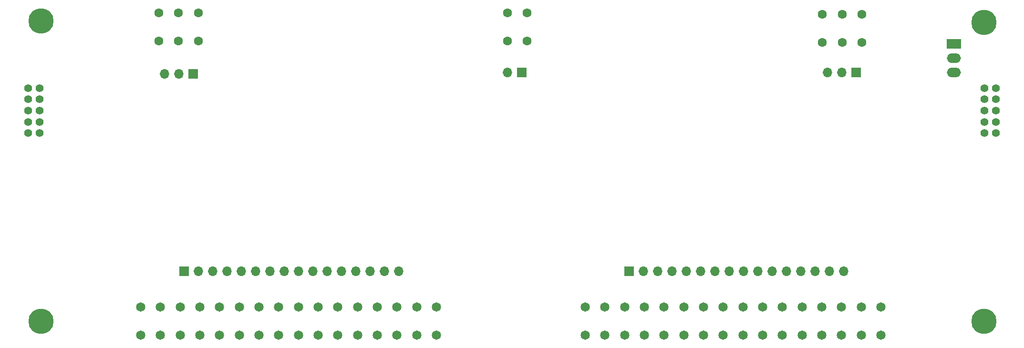
<source format=gbr>
%TF.GenerationSoftware,KiCad,Pcbnew,7.0.9*%
%TF.CreationDate,2023-12-12T00:43:06+00:00*%
%TF.ProjectId,Robust-IO-Expander,526f6275-7374-42d4-994f-2d457870616e,V1*%
%TF.SameCoordinates,Original*%
%TF.FileFunction,Soldermask,Bot*%
%TF.FilePolarity,Negative*%
%FSLAX46Y46*%
G04 Gerber Fmt 4.6, Leading zero omitted, Abs format (unit mm)*
G04 Created by KiCad (PCBNEW 7.0.9) date 2023-12-12 00:43:06*
%MOMM*%
%LPD*%
G01*
G04 APERTURE LIST*
%ADD10C,4.500000*%
%ADD11R,1.700000X1.700000*%
%ADD12O,1.700000X1.700000*%
%ADD13C,1.600200*%
%ADD14R,2.500000X1.700000*%
%ADD15O,2.500000X1.700000*%
%ADD16C,1.397000*%
%ADD17C,1.650000*%
G04 APERTURE END LIST*
D10*
%TO.C,H1*%
X56642000Y-130556000D03*
%TD*%
D11*
%TO.C,J2*%
X141966000Y-86374900D03*
D12*
X139426000Y-86374900D03*
%TD*%
D13*
%TO.C,J11*%
X84582001Y-80772000D03*
X84582001Y-75772000D03*
X81082001Y-80772000D03*
X81082001Y-75772000D03*
X77582000Y-80772000D03*
X77582000Y-75772000D03*
%TD*%
D11*
%TO.C,J4*%
X83678000Y-86665000D03*
D12*
X81138000Y-86665000D03*
X78598000Y-86665000D03*
%TD*%
D10*
%TO.C,H2*%
X224028000Y-130556000D03*
%TD*%
D11*
%TO.C,J7*%
X161036000Y-121666000D03*
D12*
X163576000Y-121666000D03*
X166116000Y-121666000D03*
X168656000Y-121666000D03*
X171196000Y-121666000D03*
X173736000Y-121666000D03*
X176276000Y-121666000D03*
X178816000Y-121666000D03*
X181356000Y-121666000D03*
X183896000Y-121666000D03*
X186436000Y-121666000D03*
X188976000Y-121666000D03*
X191516000Y-121666000D03*
X194056000Y-121666000D03*
X196596000Y-121666000D03*
X199136000Y-121666000D03*
%TD*%
D13*
%TO.C,J3*%
X142946002Y-80772000D03*
X142946002Y-75772000D03*
X139445999Y-80772000D03*
X139445999Y-75772000D03*
%TD*%
D14*
%TO.C,U11*%
X218694000Y-81322500D03*
D15*
X218694000Y-83862500D03*
X218694000Y-86402500D03*
%TD*%
D16*
%TO.C,J9*%
X54405399Y-97155000D03*
X56405401Y-97155000D03*
X54405399Y-95155001D03*
X56405401Y-95155001D03*
X54405399Y-93155000D03*
X56405401Y-93155000D03*
X54405399Y-91154999D03*
X56405401Y-91154999D03*
X54405399Y-89155001D03*
X56405401Y-89155001D03*
%TD*%
D13*
%TO.C,J8*%
X202382001Y-81026000D03*
X202382001Y-76026000D03*
X198882001Y-81026000D03*
X198882001Y-76026000D03*
X195382000Y-81026000D03*
X195382000Y-76026000D03*
%TD*%
D11*
%TO.C,J1*%
X82042000Y-121666000D03*
D12*
X84582000Y-121666000D03*
X87122000Y-121666000D03*
X89662000Y-121666000D03*
X92202000Y-121666000D03*
X94742000Y-121666000D03*
X97282000Y-121666000D03*
X99822000Y-121666000D03*
X102362000Y-121666000D03*
X104902000Y-121666000D03*
X107442000Y-121666000D03*
X109982000Y-121666000D03*
X112522000Y-121666000D03*
X115062000Y-121666000D03*
X117602000Y-121666000D03*
X120142000Y-121666000D03*
%TD*%
D17*
%TO.C,J6*%
X153270000Y-128016000D03*
X156770000Y-128016000D03*
X160270000Y-128016000D03*
X163770000Y-128016000D03*
X167270000Y-128016000D03*
X170770000Y-128016000D03*
X174270000Y-128016000D03*
X177770000Y-128016000D03*
X181270000Y-128016000D03*
X184770000Y-128016000D03*
X188270000Y-128016000D03*
X191770000Y-128016000D03*
X195270000Y-128016000D03*
X198770000Y-128016000D03*
X202270000Y-128016000D03*
X205770000Y-128016000D03*
X205770000Y-133016000D03*
X202270000Y-133016000D03*
X198770000Y-133016000D03*
X195270000Y-133016000D03*
X191770000Y-133016000D03*
X188270000Y-133016000D03*
X184770000Y-133016000D03*
X181270000Y-133016000D03*
X177770000Y-133016000D03*
X174270000Y-133016000D03*
X170770000Y-133016000D03*
X167270000Y-133016000D03*
X163770000Y-133016000D03*
X160270000Y-133016000D03*
X156770000Y-133016000D03*
X153270000Y-133016000D03*
%TD*%
D10*
%TO.C,H3*%
X56642000Y-77216000D03*
%TD*%
D11*
%TO.C,J12*%
X201351000Y-86360000D03*
D12*
X198811000Y-86360000D03*
X196271000Y-86360000D03*
%TD*%
D10*
%TO.C,H4*%
X224028000Y-77470000D03*
%TD*%
D16*
%TO.C,J10*%
X224131299Y-89155000D03*
X226131301Y-89155000D03*
X224131299Y-91154999D03*
X226131301Y-91154999D03*
X224131299Y-93155000D03*
X226131301Y-93155000D03*
X224131299Y-95155001D03*
X226131301Y-95155001D03*
X224131299Y-97154999D03*
X226131301Y-97154999D03*
%TD*%
D17*
%TO.C,J5*%
X74362000Y-128016000D03*
X77862000Y-128016000D03*
X81362000Y-128016000D03*
X84862000Y-128016000D03*
X88362000Y-128016000D03*
X91862000Y-128016000D03*
X95362000Y-128016000D03*
X98862000Y-128016000D03*
X102362000Y-128016000D03*
X105862000Y-128016000D03*
X109362000Y-128016000D03*
X112862000Y-128016000D03*
X116362000Y-128016000D03*
X119862000Y-128016000D03*
X123362000Y-128016000D03*
X126862000Y-128016000D03*
X126862000Y-133016000D03*
X123362000Y-133016000D03*
X119862000Y-133016000D03*
X116362000Y-133016000D03*
X112862000Y-133016000D03*
X109362000Y-133016000D03*
X105862000Y-133016000D03*
X102362000Y-133016000D03*
X98862000Y-133016000D03*
X95362000Y-133016000D03*
X91862000Y-133016000D03*
X88362000Y-133016000D03*
X84862000Y-133016000D03*
X81362000Y-133016000D03*
X77862000Y-133016000D03*
X74362000Y-133016000D03*
%TD*%
M02*

</source>
